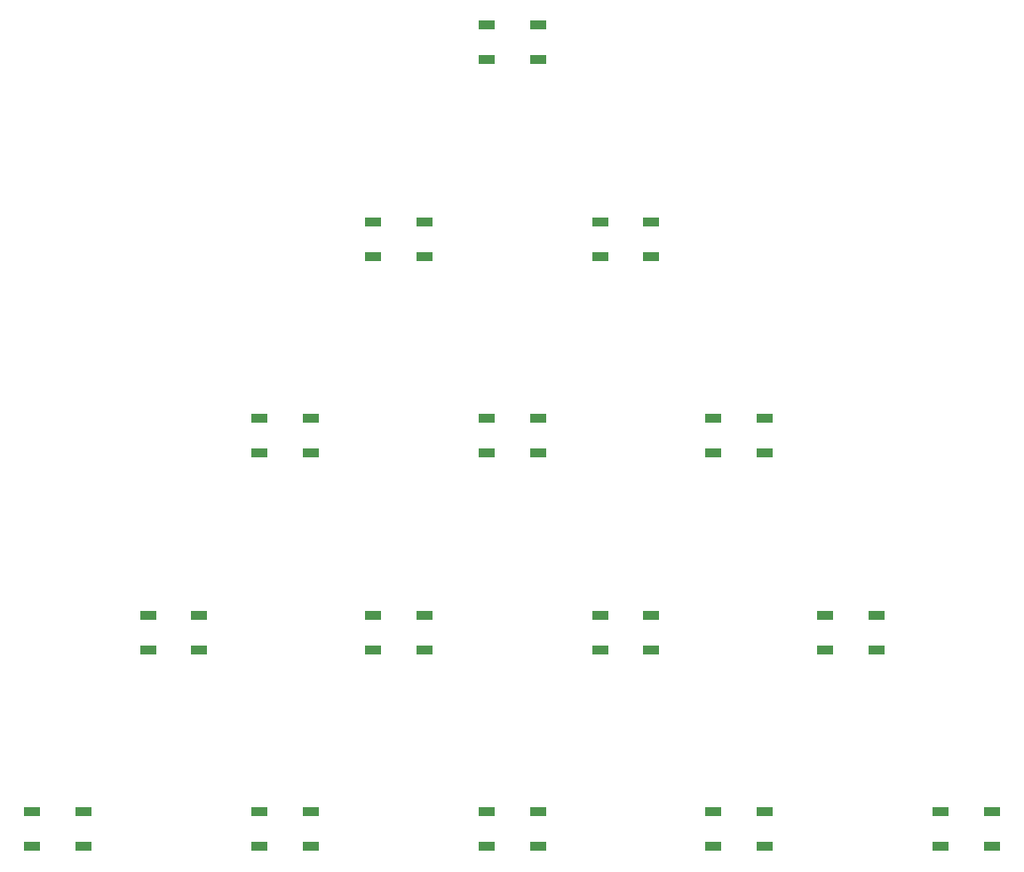
<source format=gbr>
G04 #@! TF.GenerationSoftware,KiCad,Pcbnew,(7.0.0)*
G04 #@! TF.CreationDate,2023-03-16T17:16:22-05:00*
G04 #@! TF.ProjectId,JJL_PCB,4a4a4c5f-5043-4422-9e6b-696361645f70,rev?*
G04 #@! TF.SameCoordinates,Original*
G04 #@! TF.FileFunction,Paste,Bot*
G04 #@! TF.FilePolarity,Positive*
%FSLAX46Y46*%
G04 Gerber Fmt 4.6, Leading zero omitted, Abs format (unit mm)*
G04 Created by KiCad (PCBNEW (7.0.0)) date 2023-03-16 17:16:22*
%MOMM*%
%LPD*%
G01*
G04 APERTURE LIST*
%ADD10R,1.500000X0.900000*%
G04 APERTURE END LIST*
D10*
X174595949Y-168829999D03*
X174595949Y-172129999D03*
X169695949Y-172129999D03*
X169695949Y-168829999D03*
X228520599Y-187579999D03*
X228520599Y-190879999D03*
X223620599Y-190879999D03*
X223620599Y-187579999D03*
X239144049Y-168829999D03*
X239144049Y-172129999D03*
X234244049Y-172129999D03*
X234244049Y-168829999D03*
X206869999Y-150079999D03*
X206869999Y-153379999D03*
X201969999Y-153379999D03*
X201969999Y-150079999D03*
X196044699Y-168829999D03*
X196044699Y-172129999D03*
X191144699Y-172129999D03*
X191144699Y-168829999D03*
X185219399Y-150079999D03*
X185219399Y-153379999D03*
X180319399Y-153379999D03*
X180319399Y-150079999D03*
X206869999Y-187579999D03*
X206869999Y-190879999D03*
X201969999Y-190879999D03*
X201969999Y-187579999D03*
X217695299Y-131329999D03*
X217695299Y-134629999D03*
X212795299Y-134629999D03*
X212795299Y-131329999D03*
X250171199Y-187579999D03*
X250171199Y-190879999D03*
X245271199Y-190879999D03*
X245271199Y-187579999D03*
X228520599Y-150079999D03*
X228520599Y-153379999D03*
X223620599Y-153379999D03*
X223620599Y-150079999D03*
X206869999Y-112579999D03*
X206869999Y-115879999D03*
X201969999Y-115879999D03*
X201969999Y-112579999D03*
X185219399Y-187579999D03*
X185219399Y-190879999D03*
X180319399Y-190879999D03*
X180319399Y-187579999D03*
X163568799Y-187579999D03*
X163568799Y-190879999D03*
X158668799Y-190879999D03*
X158668799Y-187579999D03*
X196044699Y-131329999D03*
X196044699Y-134629999D03*
X191144699Y-134629999D03*
X191144699Y-131329999D03*
X217695299Y-168829999D03*
X217695299Y-172129999D03*
X212795299Y-172129999D03*
X212795299Y-168829999D03*
M02*

</source>
